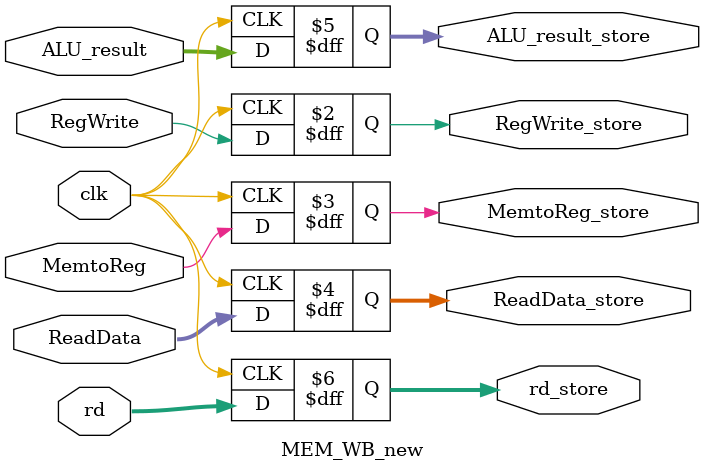
<source format=v>
`timescale 1ns / 1ps


module MEM_WB_new
(
    input clk,
    input RegWrite, MemtoReg,
    input [63:0] ReadData, ALU_result,
    input [4:0] rd,

    output reg RegWrite_store, MemtoReg_store,
    output reg [63:0] ReadData_store, ALU_result_store,
    output reg [4:0] rd_store

);

always @(posedge clk) begin

    RegWrite_store = RegWrite;
    MemtoReg_store = MemtoReg;
    ReadData_store = ReadData;
    ALU_result_store = ALU_result;
    rd_store = rd;
end

endmodule // MEM_WB

</source>
